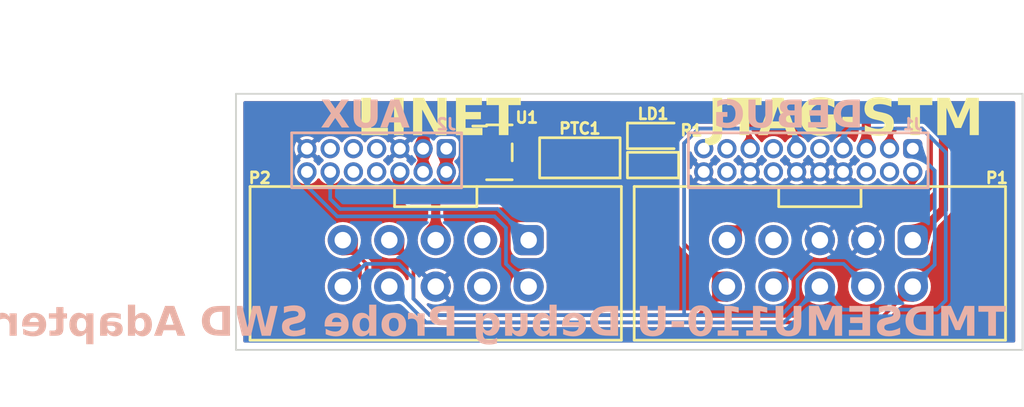
<source format=kicad_pcb>
(kicad_pcb (version 20221018) (generator pcbnew)
  (title_block (title "Board Drawing") (date "16. 04. 2023") (comment 1 "${ProjectNumber}") (comment 2 "${ProjectTitle}") (comment 3 "${ProjectAuthor}") (comment 4 "${ProjectVariant}") (comment 5 "${ProjectDate}"))
  (layers (0 "F.Cu" signal) (31 "B.Cu" signal) (34 "B.Paste" user) (35 "F.Paste" user) (36 "B.SilkS" user "B.Silkscreen") (37 "F.SilkS" user "F.Silkscreen") (38 "B.Mask" user) (39 "F.Mask" user) (44 "Edge.Cuts" user))
  (property "ProjectAuthor" "René Široký")
  (property "ProjectDate" "21. 9. 2022")
  (property "ProjectNumber" "W220921.01")
  (property "ProjectTitle" "TMDSEMU110-U Debug Probe SWD Adapter")
  (property "ProjectVariant" "Default")
  (net 0 "")
  (net 1 "GND")
  (net 2 "+3.3V")
  (net 3 "/tRX")
  (net 4 "/TMS{slash}SWDIO")
  (net 5 "/TCK{slash}SWCLK")
  (net 6 "/TDO{slash}SWO")
  (net 8 "/nRESET")
  (net 9 "/tTX")
  (net 11 "/nTRST")
  (net 12 "/TDI")
  (net 21 "/TGTSUPPLYOUT")
  (net 25 "Net-(PTC1-Pad2)")
  (net 26 "Net-(LD1-PadA)")
  (footprint "SOT,TO,SC:SOT23-5" (layer "F.Cu") (at 100.4 68.2 -90)
    (fp_text reference "U1" (at -1.9 -1.5) (layer "F.SilkS") (effects (font (size 0.6 0.6))))
    (fp_text value "MAX40203")
    (fp_line (start -1.5 0.7) (end -1.5 -0.7) (stroke (width 0.15)) (layer "F.SilkS"))
    (fp_line (start -1.436 0.7) (end -1.436 1.456) (stroke (width 0.15)) (layer "F.SilkS"))
    (fp_line (start 0.464 -0.7) (end -0.464 -0.7) (stroke (width 0.15)) (layer "F.SilkS"))
    (fp_line (start 1.5 -0.7) (end 1.5 0.7) (stroke (width 0.15)) (layer "F.SilkS"))
    (pad "1" smd roundrect (at -0.95 1.1) (size 0.95 0.621) (layers "F.Cu" "F.Paste" "F.Mask") (roundrect_rratio 0.2496006441) (net 21 "/TGTSUPPLYOUT"))
    (pad "2" smd roundrect (at 0 1.1) (size 0.95 0.621) (layers "F.Cu" "F.Paste" "F.Mask") (roundrect_rratio 0.2496006441) (net 1 "GND"))
    (pad "3" smd roundrect (at 0.95 1.1) (size 0.95 0.621) (layers "F.Cu" "F.Paste" "F.Mask") (roundrect_rratio 0.2496006441) (net 21 "/TGTSUPPLYOUT"))
    (pad "4" smd roundrect (at 0.95 -1.1) (size 0.95 0.621) (layers "F.Cu" "F.Paste" "F.Mask") (roundrect_rratio 0.2496006441))
    (pad "5" smd roundrect (at -0.95 -1.1) (size 0.95 0.621) (layers "F.Cu" "F.Paste" "F.Mask") (roundrect_rratio 0.2496006441) (net 25 "Net-(PTC1-Pad2)"))
  )
  (footprint "PTC_Fuses:PTCF_1206_3216" (layer "F.Cu") (at 104.8 68.5 180)
    (fp_text reference "PTC1" (at 0 1.599999 180) (layer "F.SilkS") (effects (font (size 0.6 0.6))))
    (fp_text value "500mA")
    (fp_rect (start -2.2 -1.1) (end 2.2 1.1) (stroke (width 0.15)) (fill none) (layer "F.SilkS"))
    (pad "1" smd rect (at -1.525 0 180) (size 0.962 1.712) (layers "F.Cu" "F.Paste" "F.Mask") (net 2 "+3.3V"))
    (pad "2" smd rect (at 1.525 0 180) (size 0.962 1.712) (layers "F.Cu" "F.Paste" "F.Mask") (net 25 "Net-(PTC1-Pad2)"))
  )
  (footprint "LED:LEDC_0603_1608_G" (layer "F.Cu") (at 108.8 67.3)
    (fp_text reference "LD1" (at 0 -1.2) (layer "F.SilkS") (effects (font (size 0.6 0.6))))
    (fp_text value "KPT-1608SGC")
    (fp_line (start -1.4 -0.7) (end -1.4 0.7) (stroke (width 0.15)) (layer "F.SilkS"))
    (fp_line (start -1.4 0.7) (end 1.15 0.7) (stroke (width 0.15)) (layer "F.SilkS"))
    (fp_line (start 1.15 -0.7) (end -1.4 -0.7) (stroke (width 0.15)) (layer "F.SilkS"))
    (pad "A" smd rect (at 0.8 0) (size 0.712 0.912) (layers "F.Cu" "F.Paste" "F.Mask") (net 26 "Net-(LD1-PadA)"))
    (pad "C" smd rect (at -0.8 0) (size 0.712 0.912) (layers "F.Cu" "F.Paste" "F.Mask") (net 1 "GND"))
  )
  (footprint "Connectors:P_THT_IDC-10-V" (layer "F.Cu") (at 123 73 180)
    (fp_text reference "P1" (at -4.6 3.4 unlocked) (layer "F.SilkS") (effects (font (size 0.6 0.6))))
    (fp_text value "IDC-10P-V")
    (fp_line (start -5.07 -5.47) (end 15.23 -5.47) (stroke (width 0.15)) (layer "F.SilkS"))
    (fp_line (start -5.07 2.93) (end -5.07 -5.47) (stroke (width 0.15)) (layer "F.SilkS"))
    (fp_line (start 2.83 1.83) (end 7.33 1.83) (stroke (width 0.15)) (layer "F.SilkS"))
    (fp_line (start 2.83 2.93) (end 2.83 1.83) (stroke (width 0.15)) (layer "F.SilkS"))
    (fp_line (start 7.33 1.83) (end 7.33 2.93) (stroke (width 0.15)) (layer "F.SilkS"))
    (fp_line (start 15.23 -5.47) (end 15.23 2.93) (stroke (width 0.15)) (layer "F.SilkS"))
    (fp_line (start 15.23 2.93) (end -5.07 2.93) (stroke (width 0.15)) (layer "F.SilkS"))
    (pad "1" thru_hole roundrect (at 0 0 180) (size 1.65 1.65) (drill 0.9) (layers "*.Cu" "*.Mask") (net 2 "+3.3V"))
    (pad "2" thru_hole circle (at 0 -2.54 180) (size 1.65 1.65) (drill 0.9) (layers "*.Cu" "*.Mask") (net 4 "/TMS{slash}SWDIO"))
    (pad "3" thru_hole circle (at 2.54 0 180) (size 1.65 1.65) (drill 0.9) (layers "*.Cu" "*.Mask") (net 1 "GND"))
    (pad "4" thru_hole circle (at 2.54 -2.54 180) (size 1.65 1.65) (drill 0.9) (layers "*.Cu" "*.Mask") (net 5 "/TCK{slash}SWCLK"))
    (pad "5" thru_hole circle (at 5.08 0 180) (size 1.65 1.65) (drill 0.9) (layers "*.Cu" "*.Mask") (net 1 "GND"))
    (pad "6" thru_hole circle (at 5.08 -2.54 180) (size 1.65 1.65) (drill 0.9) (layers "*.Cu" "*.Mask") (net 6 "/TDO{slash}SWO"))
    (pad "7" thru_hole circle (at 7.62 0 180) (size 1.65 1.65) (drill 0.9) (layers "*.Cu" "*.Mask"))
    (pad "8" thru_hole circle (at 7.62 -2.54 180) (size 1.65 1.65) (drill 0.9) (layers "*.Cu" "*.Mask") (net 12 "/TDI"))
    (pad "9" thru_hole circle (at 10.16 0 180) (size 1.65 1.65) (drill 0.9) (layers "*.Cu" "*.Mask") (net 11 "/nTRST"))
    (pad "10" thru_hole circle (at 10.16 -2.54 180) (size 1.65 1.65) (drill 0.9) (layers "*.Cu" "*.Mask") (net 8 "/nRESET"))
  )
  (footprint "Resistors:RESC_0603_1608X45" (layer "F.Cu") (at 108.8 68.9 180)
    (fp_text reference "R1" (at -2.1 1.9 180) (layer "F.SilkS") (effects (font (size 0.6 0.6))))
    (fp_text value "1k")
    (fp_rect (start -1.4 -0.7) (end 1.4 0.7) (stroke (width 0.15)) (fill none) (layer "F.SilkS"))
    (pad "1" smd rect (at -0.8 0 180) (size 0.712 0.912) (layers "F.Cu" "F.Paste" "F.Mask") (net 26 "Net-(LD1-PadA)"))
    (pad "2" smd rect (at 0.8 0 180) (size 0.712 0.912) (layers "F.Cu" "F.Paste" "F.Mask") (net 2 "+3.3V"))
  )
  (footprint "Connectors:P_THT_IDC-10-V" (layer "F.Cu") (at 102 73 180)
    (fp_text reference "P2" (at 14.7 3.4 unlocked) (layer "F.SilkS") (effects (font (size 0.6 0.6))))
    (fp_text value "IDC-10P-V")
    (fp_line (start -5.07 -5.47) (end 15.23 -5.47) (stroke (width 0.15)) (layer "F.SilkS"))
    (fp_line (start -5.07 2.93) (end -5.07 -5.47) (stroke (width 0.15)) (layer "F.SilkS"))
    (fp_line (start 2.83 1.83) (end 7.33 1.83) (stroke (width 0.15)) (layer "F.SilkS"))
    (fp_line (start 2.83 2.93) (end 2.83 1.83) (stroke (width 0.15)) (layer "F.SilkS"))
    (fp_line (start 7.33 1.83) (end 7.33 2.93) (stroke (width 0.15)) (layer "F.SilkS"))
    (fp_line (start 15.23 -5.47) (end 15.23 2.93) (stroke (width 0.15)) (layer "F.SilkS"))
    (fp_line (start 15.23 2.93) (end -5.07 2.93) (stroke (width 0.15)) (layer "F.SilkS"))
    (pad "1" thru_hole roundrect (at 0 0 180) (size 1.65 1.65) (drill 0.9) (layers "*.Cu" "*.Mask") (net 3 "/tRX"))
    (pad "2" thru_hole circle (at 0 -2.54 180) (size 1.65 1.65) (drill 0.9) (layers "*.Cu" "*.Mask") (net 9 "/tTX"))
    (pad "3" thru_hole circle (at 2.54 0 180) (size 1.65 1.65) (drill 0.9) (layers "*.Cu" "*.Mask"))
    (pad "4" thru_hole circle (at 2.54 -2.54 180) (size 1.65 1.65) (drill 0.9) (layers "*.Cu" "*.Mask"))
    (pad "5" thru_hole circle (at 5.08 0 180) (size 1.65 1.65) (drill 0.9) (layers "*.Cu" "*.Mask") (net 2 "+3.3V"))
    (pad "6" thru_hole circle (at 5.08 -2.54 180) (size 1.65 1.65) (drill 0.9) (layers "*.Cu" "*.Mask") (net 1 "GND"))
    (pad "7" thru_hole circle (at 7.62 0 180) (size 1.65 1.65) (drill 0.9) (layers "*.Cu" "*.Mask") (net 8 "/nRESET"))
    (pad "8" thru_hole circle (at 7.62 -2.54 180) (size 1.65 1.65) (drill 0.9) (layers "*.Cu" "*.Mask") (net 6 "/TDO{slash}SWO"))
    (pad "9" thru_hole circle (at 10.16 0 180) (size 1.65 1.65) (drill 0.9) (layers "*.Cu" "*.Mask") (net 4 "/TMS{slash}SWDIO"))
    (pad "10" thru_hole circle (at 10.16 -2.54 180) (size 1.65 1.65) (drill 0.9) (layers "*.Cu" "*.Mask") (net 5 "/TCK{slash}SWCLK"))
  )
  (footprint "Connectors:J_THT_WR-PHD_62202021821" (layer "B.Cu") (at 123 69.27 180)
    (fp_text reference "J1" (at 0 2.6 unlocked) (layer "B.SilkS") (effects (font (size 0.6 0.6)) (justify mirror)))
    (fp_text value "62202021821")
    (fp_line (start -0.835 -0.865) (end 12.265 -0.865) (stroke (width 0.15)) (layer "B.SilkS"))
    (fp_line (start -0.835 2.135) (end -0.835 -0.865) (stroke (width 0.15)) (layer "B.SilkS"))
    (fp_line (start -0.835 2.135) (end 12.265 2.135) (stroke (width 0.15)) (layer "B.SilkS"))
    (fp_line (start 12.265 2.135) (end 12.265 -0.85) (stroke (width 0.15)) (layer "B.SilkS"))
    (pad "1" thru_hole roundrect locked (at 0 1.27 180) (size 1.05 1.05) (drill 0.65) (layers "*.Cu" "*.Mask") (net 4 "/TMS{slash}SWDIO"))
    (pad "2" thru_hole circle locked (at 0 0 180) (size 1.05 1.05) (drill 0.65) (layers "*.Cu" "*.Mask") (net 11 "/nTRST"))
    (pad "3" thru_hole circle locked (at 1.27 1.27 180) (size 1.05 1.05) (drill 0.65) (layers "*.Cu" "*.Mask") (net 12 "/TDI"))
    (pad "4" thru_hole circle locked (at 1.27 0 180) (size 1.05 1.05) (drill 0.65) (layers "*.Cu" "*.Mask"))
    (pad "5" thru_hole circle locked (at 2.54 1.27 180) (size 1.05 1.05) (drill 0.65) (layers "*.Cu" "*.Mask") (net 2 "+3.3V"))
    (pad "6" thru_hole circle locked (at 2.54 0 180) (size 1.05 1.05) (drill 0.65) (layers "*.Cu" "*.Mask"))
    (pad "7" thru_hole circle locked (at 3.81 1.27 180) (size 1.05 1.05) (drill 0.65) (layers "*.Cu" "*.Mask") (net 6 "/TDO{slash}SWO"))
    (pad "8" thru_hole circle locked (at 3.81 0 180) (size 1.05 1.05) (drill 0.65) (layers "*.Cu" "*.Mask") (net 1 "GND"))
    (pad "9" thru_hole circle locked (at 5.08 1.27 180) (size 1.05 1.05) (drill 0.65) (layers "*.Cu" "*.Mask"))
    (pad "10" thru_hole circle locked (at 5.08 0 180) (size 1.05 1.05) (drill 0.65) (layers "*.Cu" "*.Mask") (net 1 "GND"))
    (pad "11" thru_hole circle locked (at 6.35 1.27 180) (size 1.05 1.05) (drill 0.65) (layers "*.Cu" "*.Mask") (net 5 "/TCK{slash}SWCLK"))
    (pad "12" thru_hole circle locked (at 6.35 0 180) (size 1.05 1.05) (drill 0.65) (layers "*.Cu" "*.Mask") (net 1 "GND"))
    (pad "13" thru_hole circle locked (at 7.62 1.27 180) (size 1.05 1.05) (drill 0.65) (layers "*.Cu" "*.Mask"))
    (pad "14" thru_hole circle locked (at 7.62 0 180) (size 1.05 1.05) (drill 0.65) (layers "*.Cu" "*.Mask"))
    (pad "15" thru_hole circle locked (at 8.89 1.27 180) (size 1.05 1.05) (drill 0.65) (layers "*.Cu" "*.Mask") (net 8 "/nRESET"))
    (pad "16" thru_hole circle locked (at 8.89 0 180) (size 1.05 1.05) (drill 0.65) (layers "*.Cu" "*.Mask") (net 1 "GND"))
    (pad "17" thru_hole circle locked (at 10.16 1.27 180) (size 1.05 1.05) (drill 0.65) (layers "*.Cu" "*.Mask"))
    (pad "18" thru_hole circle locked (at 10.16 0 180) (size 1.05 1.05) (drill 0.65) (layers "*.Cu" "*.Mask"))
    (pad "19" thru_hole circle locked (at 11.43 1.27 180) (size 1.05 1.05) (drill 0.65) (layers "*.Cu" "*.Mask"))
    (pad "20" thru_hole circle locked (at 11.43 0 180) (size 1.05 1.05) (drill 0.65) (layers "*.Cu" "*.Mask") (net 1 "GND"))
  )
  (footprint "Connectors:J_THT_WR-PHD_62201421821" (layer "B.Cu") (at 97.5 69.27 180)
    (fp_text reference "J2" (at 0 2.6 unlocked) (layer "B.SilkS") (effects (font (size 0.6 0.6)) (justify mirror)))
    (fp_text value "62201421821")
    (fp_line (start -0.835 -0.865) (end 8.455 -0.865) (stroke (width 0.15)) (layer "B.SilkS"))
    (fp_line (start -0.835 2.135) (end -0.835 -0.865) (stroke (width 0.15)) (layer "B.SilkS"))
    (fp_line (start -0.835 2.135) (end 8.455 2.135) (stroke (width 0.15)) (layer "B.SilkS"))
    (fp_line (start 8.455 2.135) (end 8.455 -0.85) (stroke (width 0.15)) (layer "B.SilkS"))
    (pad "1" thru_hole roundrect locked (at 0 1.27 180) (size 1.05 1.05) (drill 0.65) (layers "*.Cu" "*.Mask") (net 2 "+3.3V"))
    (pad "2" thru_hole circle locked (at 0 0 180) (size 1.05 1.05) (drill 0.65) (layers "*.Cu" "*.Mask") (net 2 "+3.3V"))
    (pad "3" thru_hole circle locked (at 1.27 1.27 180) (size 1.05 1.05) (drill 0.65) (layers "*.Cu" "*.Mask") (net 21 "/TGTSUPPLYOUT"))
    (pad "4" thru_hole circle locked (at 1.27 0 180) (size 1.05 1.05) (drill 0.65) (layers "*.Cu" "*.Mask") (net 21 "/TGTSUPPLYOUT"))
    (pad "5" thru_hole circle locked (at 2.54 1.27 180) (size 1.05 1.05) (drill 0.65) (layers "*.Cu" "*.Mask") (net 1 "GND"))
    (pad "6" thru_hole circle locked (at 2.54 0 180) (size 1.05 1.05) (drill 0.65) (layers "*.Cu" "*.Mask") (net 2 "+3.3V"))
    (pad "7" thru_hole circle locked (at 3.81 1.27 180) (size 1.05 1.05) (drill 0.65) (layers "*.Cu" "*.Mask"))
    (pad "8" thru_hole circle locked (at 3.81 0 180) (size 1.05 1.05) (drill 0.65) (layers "*.Cu" "*.Mask"))
    (pad "9" thru_hole circle locked (at 5.08 1.27 180) (size 1.05 1.05) (drill 0.65) (layers "*.Cu" "*.Mask"))
    (pad "10" thru_hole circle locked (at 5.08 0 180) (size 1.05 1.05) (drill 0.65) (layers "*.Cu" "*.Mask"))
    (pad "11" thru_hole circle locked (at 6.35 1.27 180) (size 1.05 1.05) (drill 0.65) (layers "*.Cu" "*.Mask"))
    (pad "12" thru_hole circle locked (at 6.35 0 180) (size 1.05 1.05) (drill 0.65) (layers "*.Cu" "*.Mask") (net 3 "/tRX"))
    (pad "13" thru_hole circle locked (at 7.62 1.27 180) (size 1.05 1.05) (drill 0.65) (layers "*.Cu" "*.Mask") (net 1 "GND"))
    (pad "14" thru_hole circle locked (at 7.62 0 180) (size 1.05 1.05) (drill 0.65) (layers "*.Cu" "*.Mask") (net 9 "/tTX"))
  )
  (footprint "_PCB_Graphics:LOGO_WiSER_Mask" (layer "B.Cu") (at 106.2 68.8 180)
    (fp_text reference "Logo1" hide)
    (fp_text value "WiSER" hide)
  )
  (gr_line (start 86 65.000001) (end 129 65.000001) (stroke (width 0.1)) (layer "Edge.Cuts"))
  (gr_line (start 129 79.000001) (end 86 79.000001) (stroke (width 0.1)) (layer "Edge.Cuts"))
  (gr_line (start 86 79.000001) (end 86 65.000001) (stroke (width 0.1)) (layer "Edge.Cuts"))
  (gr_line (start 129 65.000001) (end 129 79.000001) (stroke (width 0.1)) (layer "Edge.Cuts"))
  (gr_text "DEBUG" (at 120.3 67.1) (layer "B.SilkS") (effects (font (size 1.5 1.5) (thickness 0.375) bold) (justify left bottom mirror)))
  (gr_text "TMDSEMU110-U Debug Probe SWD Adapter" (at 128.1 78.5) (layer "B.SilkS") (effects (font (size 1.6 1.6) (thickness 0.32) bold) (justify left bottom mirror)))
  (gr_text "AUX" (at 95.5 67.1) (layer "B.SilkS") (effects (font (size 1.5 1.5) (thickness 0.375) bold) (justify left bottom mirror)))
  (gr_text "JTAG-STM" (at 111.8 67.6) (layer "F.SilkS") (effects (font (size 2 2) (thickness 0.4) bold) (justify left bottom)))
  (gr_text "LINET" (at 92.6 67.6) (layer "F.SilkS") (effects (font (size 2 2) (thickness 0.4) bold) (justify left bottom)))
  (segment (start 108 68.9) (end 106.725 68.9) (width 0.5) (layer "F.Cu") (net 2))
  (segment (start 106.725 68.9) (end 106.325 68.5) (width 0.5) (layer "F.Cu") (net 2))
  (segment (start 105.675 70.8) (end 106.325 70.15) (width 0.5) (layer "F.Cu") (net 2))
  (segment (start 123.9 65.8) (end 124.676913 66.576913) (width 0.5) (layer "F.Cu") (net 2))
  (segment (start 97.5 70.8) (end 105.675 70.8) (width 0.5) (layer "F.Cu") (net 2))
  (segment (start 97.5 69.27) (end 97.5 70.8) (width 0.5) (layer "F.Cu") (net 2))
  (segment (start 106.325 70.15) (end 106.325 68.5) (width 0.5) (layer "F.Cu") (net 2))
  (segment (start 95.6 70.8) (end 96.9 70.8) (width 0.5) (layer "F.Cu") (net 2))
  (segment (start 96.92 73) (end 96.92 70.82) (width 0.5) (layer "F.Cu") (net 2))
  (segment (start 120.4 65.8) (end 123.9 65.8) (width 0.5) (layer "F.Cu") (net 2))
  (segment (start 120.46 65.86) (end 120.4 65.8) (width 0.5) (layer "F.Cu") (net 2))
  (segment (start 106.8 65.8) (end 120.4 65.8) (width 0.5) (layer "F.Cu") (net 2))
  (segment (start 124.676913 71.323087) (end 123 73) (width 0.5) (layer "F.Cu") (net 2))
  (segment (start 94.96 69.27) (end 94.96 70.16) (width 0.5) (layer "F.Cu") (net 2))
  (segment (start 94.96 70.16) (end 95.6 70.8) (width 0.5) (layer "F.Cu") (net 2))
  (segment (start 96.92 70.82) (end 96.9 70.8) (width 0.5) (layer "F.Cu") (net 2))
  (segment (start 96.9 70.8) (end 97.5 70.8) (width 0.5) (layer "F.Cu") (net 2))
  (segment (start 106.325 66.275) (end 106.8 65.8) (width 0.5) (layer "F.Cu") (net 2))
  (segment (start 124.676913 66.576913) (end 124.676913 71.323087) (width 0.5) (layer "F.Cu") (net 2))
  (segment (start 106.325 68.5) (end 106.325 66.275) (width 0.5) (layer "F.Cu") (net 2))
  (segment (start 97.5 68) (end 97.5 69.27) (width 0.5) (layer "F.Cu") (net 2))
  (segment (start 120.46 68) (end 120.46 65.86) (width 0.5) (layer "F.Cu") (net 2))
  (segment (start 100.3 71.3) (end 91.7 71.3) (width 0.2) (layer "B.Cu") (net 3))
  (segment (start 91.7 71.3) (end 91.15 70.75) (width 0.2) (layer "B.Cu") (net 3))
  (segment (start 91.15 70.75) (end 91.15 69.27) (width 0.2) (layer "B.Cu") (net 3))
  (segment (start 102 73) (end 100.3 71.3) (width 0.2) (layer "B.Cu") (net 3))
  (segment (start 91.84 73) (end 93.14 74.3) (width 0.2) (layer "F.Cu") (net 4))
  (segment (start 121.04 77.5) (end 123 75.54) (width 0.2) (layer "F.Cu") (net 4))
  (segment (start 93.14 76.64) (end 94 77.5) (width 0.2) (layer "F.Cu") (net 4))
  (segment (start 94 77.5) (end 121.04 77.5) (width 0.2) (layer "F.Cu") (net 4))
  (segment (start 93.14 74.3) (end 93.14 76.64) (width 0.2) (layer "F.Cu") (net 4))
  (segment (start 123 68) (end 124.2 69.2) (width 0.2) (layer "B.Cu") (net 4))
  (segment (start 124.2 74.34) (end 123 75.54) (width 0.2) (layer "B.Cu") (net 4))
  (segment (start 124.2 69.2) (end 124.2 74.34) (width 0.2) (layer "B.Cu") (net 4))
  (segment (start 93.08 74.3) (end 91.84 75.54) (width 0.2) (layer "B.Cu") (net 5))
  (segment (start 116.65 67.35) (end 116.2 66.9) (width 0.2) (layer "B.Cu") (net 5))
  (segment (start 95.7 76.2) (end 95.7 75.1) (width 0.2) (layer "B.Cu") (net 5))
  (segment (start 94.9 74.3) (end 93.08 74.3) (width 0.2) (layer "B.Cu") (net 5))
  (segment (start 111.3 66.9) (end 110.5 67.7) (width 0.2) (layer "B.Cu") (net 5))
  (segment (start 116.65 68) (end 116.65 67.35) (width 0.2) (layer "B.Cu") (net 5))
  (segment (start 110.5 67.7) (end 110.5 77.1) (width 0.2) (layer "B.Cu") (net 5))
  (segment (start 96.6 77.1) (end 95.7 76.2) (width 0.2) (layer "B.Cu") (net 5))
  (segment (start 117.569009 74.3) (end 116.7 75.169009) (width 0.2) (layer "B.Cu") (net 5))
  (segment (start 115.794314 77.1) (end 96.6 77.1) (width 0.2) (layer "B.Cu") (net 5))
  (segment (start 116.2 66.9) (end 111.3 66.9) (width 0.2) (layer "B.Cu") (net 5))
  (segment (start 95.7 75.1) (end 94.9 74.3) (width 0.2) (layer "B.Cu") (net 5))
  (segment (start 116.7 75.169009) (end 116.7 76.194314) (width 0.2) (layer "B.Cu") (net 5))
  (segment (start 119.22 74.3) (end 117.569009 74.3) (width 0.2) (layer "B.Cu") (net 5))
  (segment (start 116.7 76.194314) (end 115.794314 77.1) (width 0.2) (layer "B.Cu") (net 5))
  (segment (start 120.46 75.54) (end 119.22 74.3) (width 0.2) (layer "B.Cu") (net 5))
  (segment (start 119.19 68) (end 119.19 67.31) (width 0.2) (layer "B.Cu") (net 6))
  (segment (start 119.19 67.31) (end 119.6 66.9) (width 0.2) (layer "B.Cu") (net 6))
  (segment (start 94.44 75.54) (end 96.4 77.5) (width 0.2) (layer "B.Cu") (net 6))
  (segment (start 124.8 68.2) (end 124.8 76.3) (width 0.2) (layer "B.Cu") (net 6))
  (segment (start 119.18 76.8) (end 117.92 75.54) (width 0.2) (layer "B.Cu") (net 6))
  (segment (start 123.5 66.9) (end 124.8 68.2) (width 0.2) (layer "B.Cu") (net 6))
  (segment (start 96.4 77.5) (end 115.96 77.5) (width 0.2) (layer "B.Cu") (net 6))
  (segment (start 124.3 76.8) (end 119.18 76.8) (width 0.2) (layer "B.Cu") (net 6))
  (segment (start 124.8 76.3) (end 124.3 76.8) (width 0.2) (layer "B.Cu") (net 6))
  (segment (start 115.96 77.5) (end 117.92 75.54) (width 0.2) (layer "B.Cu") (net 6))
  (segment (start 119.6 66.9) (end 123.5 66.9) (width 0.2) (layer "B.Cu") (net 6))
  (segment (start 112.84 75.54) (end 110.5 73.2) (width 0.2) (layer "F.Cu") (net 8))
  (segment (start 111.3 66.9) (end 110.5 67.7) (width 0.2) (layer "F.Cu") (net 8))
  (segment (start 95.7 74.32) (end 95.7 76.2) (width 0.2) (layer "F.Cu") (net 8))
  (segment (start 111.28 77.1) (end 112.84 75.54) (width 0.2) (layer "F.Cu") (net 8))
  (segment (start 114.11 67.31) (end 113.7 66.9) (width 0.2) (layer "F.Cu") (net 8))
  (segment (start 110.5 73.2) (end 110.5 67.7) (width 0.2) (layer "F.Cu") (net 8))
  (segment (start 95.7 76.2) (end 96.6 77.1) (width 0.2) (layer "F.Cu") (net 8))
  (segment (start 113.7 66.9) (end 111.3 66.9) (width 0.2) (layer "F.Cu") (net 8))
  (segment (start 96.6 77.1) (end 111.28 77.1) (width 0.2) (layer "F.Cu") (net 8))
  (segment (start 114.11 68) (end 114.11 67.31) (width 0.2) (layer "F.Cu") (net 8))
  (segment (start 94.38 73) (end 95.7 74.32) (width 0.2) (layer "F.Cu") (net 8))
  (segment (start 100.76 74.3) (end 100.76 72.325686) (width 0.2) (layer "B.Cu") (net 9))
  (segment (start 91.534314 71.7) (end 89.88 70.045686) (width 0.2) (layer "B.Cu") (net 9))
  (segment (start 100.76 72.325686) (end 100.134314 71.7) (width 0.2) (layer "B.Cu") (net 9))
  (segment (start 102 75.54) (end 100.76 74.3) (width 0.2) (layer "B.Cu") (net 9))
  (segment (start 100.134314 71.7) (end 91.534314 71.7) (width 0.2) (layer "B.Cu") (net 9))
  (segment (start 89.88 70.045686) (end 89.88 69.27) (width 0.2) (layer "B.Cu") (net 9))
  (segment (start 123 69.27) (end 123 70) (width 0.2) (layer "F.Cu") (net 11))
  (segment (start 122.3 70.7) (end 115.14 70.7) (width 0.2) (layer "F.Cu") (net 11))
  (segment (start 115.14 70.7) (end 112.84 73) (width 0.2) (layer "F.Cu") (net 11))
  (segment (start 123 70) (end 122.3 70.7) (width 0.2) (layer "F.Cu") (net 11))
  (segment (start 116.7 74.22) (end 115.38 75.54) (width 0.2) (layer "F.Cu") (net 12))
  (segment (start 122.1 66.9) (end 123.5 66.9) (width 0.2) (layer "F.Cu") (net 12))
  (segment (start 121.73 68) (end 121.73 67.27) (width 0.2) (layer "F.Cu") (net 12))
  (segment (start 124 70.1) (end 123 71.1) (width 0.2) (layer "F.Cu") (net 12))
  (segment (start 121.73 67.27) (end 122.1 66.9) (width 0.2) (layer "F.Cu") (net 12))
  (segment (start 124 67.4) (end 124 70.1) (width 0.2) (layer "F.Cu") (net 12))
  (segment (start 117.6 71.1) (end 116.7 72) (width 0.2) (layer "F.Cu") (net 12))
  (segment (start 116.7 72) (end 116.7 74.22) (width 0.2) (layer "F.Cu") (net 12))
  (segment (start 123 71.1) (end 117.6 71.1) (width 0.2) (layer "F.Cu") (net 12))
  (segment (start 123.5 66.9) (end 124 67.4) (width 0.2) (layer "F.Cu") (net 12))
  (segment (start 98.1 66.9) (end 98.45 67.25) (width 0.5) (layer "F.Cu") (net 21))
  (segment (start 100.5 68.8) (end 100.5 67.6) (width 0.5) (layer "F.Cu") (net 21))
  (segment (start 99.3 69.15) (end 100.15 69.15) (width 0.5) (layer "F.Cu") (net 21))
  (segment (start 100.5 67.6) (end 100.15 67.25) (width 0.5) (layer "F.Cu") (net 21))
  (segment (start 98.45 67.25) (end 99.3 67.25) (width 0.5) (layer "F.Cu") (net 21))
  (segment (start 96.23 67.37) (end 96.7 66.9) (width 0.5) (layer "F.Cu") (net 21))
  (segment (start 100.15 67.25) (end 99.3 67.25) (width 0.5) (layer "F.Cu") (net 21))
  (segment (start 96.7 66.9) (end 98.1 66.9) (width 0.5) (layer "F.Cu") (net 21))
  (segment (start 96.23 69.27) (end 96.23 68) (width 0.5) (layer "F.Cu") (net 21))
  (segment (start 100.15 69.15) (end 100.5 68.8) (width 0.5) (layer "F.Cu") (net 21))
  (segment (start 96.23 68) (end 96.23 67.37) (width 0.5) (layer "F.Cu") (net 21))
  (segment (start 102.35 67.25) (end 103.275 68.175) (width 0.5) (layer "F.Cu") (net 25))
  (segment (start 101.5 67.25) (end 102.35 67.25) (width 0.5) (layer "F.Cu") (net 25))
  (segment (start 109.6 68.9) (end 109.6 67.3) (width 0.5) (layer "F.Cu") (net 26))
  (zone (net 1) (net_name "GND") (layers "F&B.Cu") (name "GND_TOP") (connect_pads (clearance 0.16)) (min_thickness 0.16) (fill yes (thermal_gap 0.16) (thermal_bridge_width 0.25))
    (polygon (pts (xy 129 79.000001) (xy 86 79.000001) (xy 86 65.000001) (xy 129 65.000001)))
  )
)
</source>
